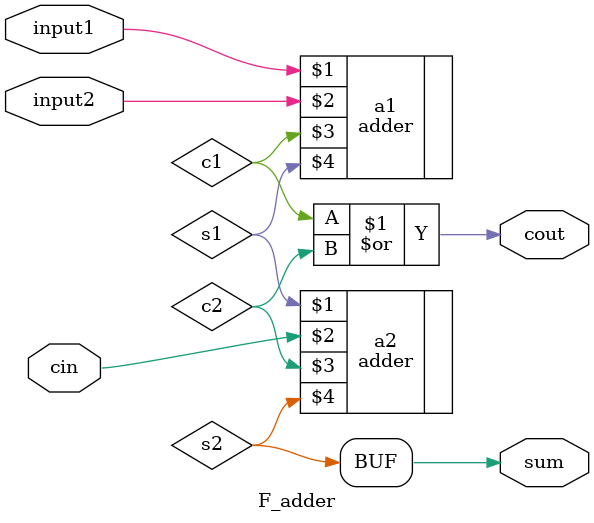
<source format=v>
module F_adder(input1,input2,cin,sum,cout);

	input input1,input2,cin;
	output sum,cout;
	
	wire c1, c2, s1, s2;
	
	adder a1(input1, input2, c1, s1);
	adder a2(s1, cin, c2, s2);

	assign cout = c1 | c2;	
	assign sum = s2;

endmodule


</source>
